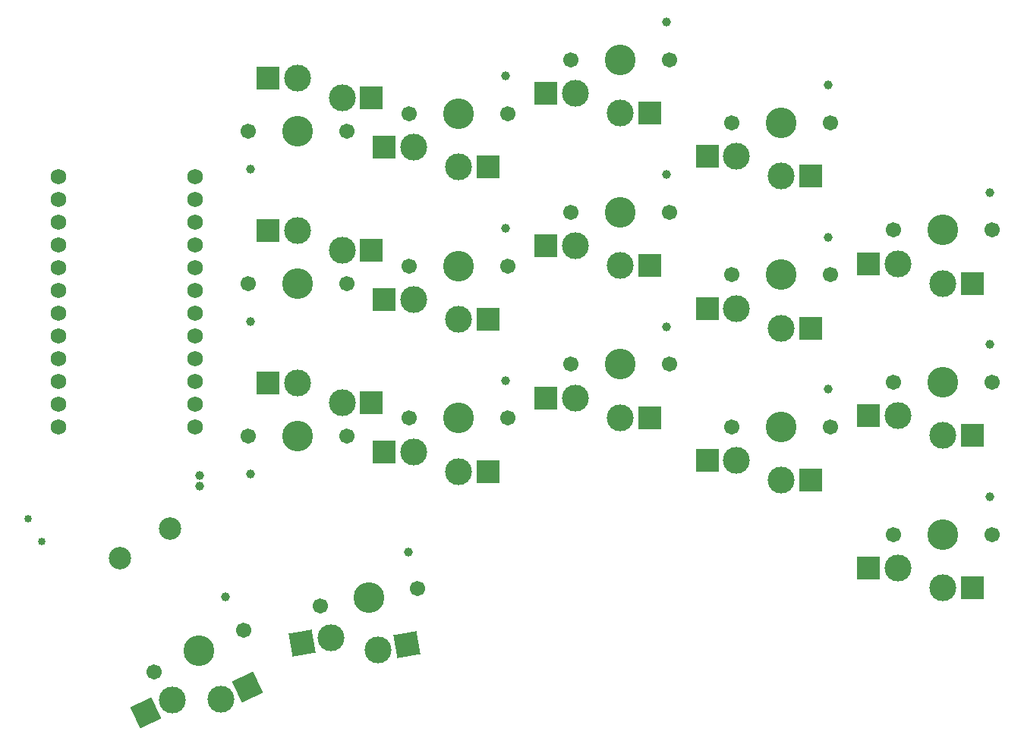
<source format=gbs>
G04 #@! TF.GenerationSoftware,KiCad,Pcbnew,7.0.6*
G04 #@! TF.CreationDate,2024-09-20T23:27:03+02:00*
G04 #@! TF.ProjectId,KoalaKeeb_v0.2_right,4b6f616c-614b-4656-9562-5f76302e325f,rev?*
G04 #@! TF.SameCoordinates,Original*
G04 #@! TF.FileFunction,Soldermask,Bot*
G04 #@! TF.FilePolarity,Negative*
%FSLAX46Y46*%
G04 Gerber Fmt 4.6, Leading zero omitted, Abs format (unit mm)*
G04 Created by KiCad (PCBNEW 7.0.6) date 2024-09-20 23:27:03*
%MOMM*%
%LPD*%
G01*
G04 APERTURE LIST*
G04 Aperture macros list*
%AMRotRect*
0 Rectangle, with rotation*
0 The origin of the aperture is its center*
0 $1 length*
0 $2 width*
0 $3 Rotation angle, in degrees counterclockwise*
0 Add horizontal line*
21,1,$1,$2,0,0,$3*%
G04 Aperture macros list end*
%ADD10C,0.850000*%
%ADD11C,1.000000*%
%ADD12C,1.701800*%
%ADD13C,3.000000*%
%ADD14C,3.429000*%
%ADD15C,0.990600*%
%ADD16R,2.600000X2.600000*%
%ADD17RotRect,2.600000X2.600000X10.000000*%
%ADD18RotRect,2.600000X2.600000X25.000000*%
%ADD19C,2.500000*%
%ADD20C,1.752600*%
G04 APERTURE END LIST*
D10*
X47987443Y-81214249D03*
X49532557Y-83785751D03*
D11*
X67096000Y-76375000D03*
X67096000Y-77625000D03*
D12*
X144500000Y-66000000D03*
D13*
X145000000Y-69750000D03*
D14*
X150000000Y-66000000D03*
D13*
X150000000Y-71950000D03*
D15*
X155220000Y-61800000D03*
D12*
X155500000Y-66000000D03*
D16*
X153275000Y-71950000D03*
X141725000Y-69750000D03*
D12*
X126500000Y-54000000D03*
D13*
X127000000Y-57750000D03*
D14*
X132000000Y-54000000D03*
D13*
X132000000Y-59950000D03*
D15*
X137220000Y-49800000D03*
D12*
X137500000Y-54000000D03*
D16*
X135275000Y-59950000D03*
X123725000Y-57750000D03*
D12*
X80583557Y-90955065D03*
D13*
X81727142Y-94561270D03*
D14*
X86000000Y-90000000D03*
D13*
X87033207Y-95859606D03*
D15*
X90411374Y-84957364D03*
D12*
X91416443Y-89044935D03*
D17*
X90258452Y-95290908D03*
X78501897Y-95129968D03*
D12*
X108500000Y-64000000D03*
D13*
X109000000Y-67750000D03*
D14*
X114000000Y-64000000D03*
D13*
X114000000Y-69950000D03*
D15*
X119220000Y-59800000D03*
D12*
X119500000Y-64000000D03*
D16*
X117275000Y-69950000D03*
X105725000Y-67750000D03*
D12*
X90500000Y-70000000D03*
D13*
X91000000Y-73750000D03*
D14*
X96000000Y-70000000D03*
D13*
X96000000Y-75950000D03*
D15*
X101220000Y-65800000D03*
D12*
X101500000Y-70000000D03*
D16*
X99275000Y-75950000D03*
X87725000Y-73750000D03*
D12*
X126500000Y-71000000D03*
D13*
X127000000Y-74750000D03*
D14*
X132000000Y-71000000D03*
D13*
X132000000Y-76950000D03*
D15*
X137220000Y-66800000D03*
D12*
X137500000Y-71000000D03*
D16*
X135275000Y-76950000D03*
X123725000Y-74750000D03*
D12*
X62015307Y-98324400D03*
D13*
X64053280Y-101511746D03*
D14*
X67000000Y-96000000D03*
D13*
X69514579Y-101392531D03*
D15*
X69955930Y-89987440D03*
D12*
X71984693Y-93675600D03*
D18*
X72482737Y-100008457D03*
X61085122Y-102895820D03*
D12*
X90500000Y-36000000D03*
D13*
X91000000Y-39750000D03*
D14*
X96000000Y-36000000D03*
D13*
X96000000Y-41950000D03*
D15*
X101220000Y-31800000D03*
D12*
X101500000Y-36000000D03*
D16*
X99275000Y-41950000D03*
X87725000Y-39750000D03*
D12*
X90500000Y-53000000D03*
D13*
X91000000Y-56750000D03*
D14*
X96000000Y-53000000D03*
D13*
X96000000Y-58950000D03*
D15*
X101220000Y-48800000D03*
D12*
X101500000Y-53000000D03*
D16*
X99275000Y-58950000D03*
X87725000Y-56750000D03*
D12*
X83500000Y-55000000D03*
D13*
X83000000Y-51250000D03*
D14*
X78000000Y-55000000D03*
D13*
X78000000Y-49050000D03*
D15*
X72780000Y-59200000D03*
D12*
X72500000Y-55000000D03*
D16*
X74725000Y-49050000D03*
X86275000Y-51250000D03*
D12*
X83500000Y-38000000D03*
D13*
X83000000Y-34250000D03*
D14*
X78000000Y-38000000D03*
D13*
X78000000Y-32050000D03*
D15*
X72780000Y-42200000D03*
D12*
X72500000Y-38000000D03*
D16*
X74725000Y-32050000D03*
X86275000Y-34250000D03*
D19*
X63814583Y-82375000D03*
X58185417Y-85625000D03*
D20*
X51380000Y-43030000D03*
X51380000Y-45570000D03*
X51380000Y-48110000D03*
X51380000Y-50650000D03*
X51380000Y-53190000D03*
X51380000Y-55730000D03*
X51380000Y-58270000D03*
X51380000Y-60810000D03*
X51380000Y-63350000D03*
X51380000Y-65890000D03*
X51380000Y-68430000D03*
X51380000Y-70970000D03*
X66620000Y-70970000D03*
X66620000Y-68430000D03*
X66620000Y-65890000D03*
X66620000Y-63350000D03*
X66620000Y-60810000D03*
X66620000Y-58270000D03*
X66620000Y-55730000D03*
X66620000Y-53190000D03*
X66620000Y-50650000D03*
X66620000Y-48110000D03*
X66620000Y-45570000D03*
X66620000Y-43030000D03*
D12*
X144500000Y-49000000D03*
D13*
X145000000Y-52750000D03*
D14*
X150000000Y-49000000D03*
D13*
X150000000Y-54950000D03*
D15*
X155220000Y-44800000D03*
D12*
X155500000Y-49000000D03*
D16*
X153275000Y-54950000D03*
X141725000Y-52750000D03*
D12*
X108500000Y-30000000D03*
D13*
X109000000Y-33750000D03*
D14*
X114000000Y-30000000D03*
D13*
X114000000Y-35950000D03*
D15*
X119220000Y-25800000D03*
D12*
X119500000Y-30000000D03*
D16*
X117275000Y-35950000D03*
X105725000Y-33750000D03*
D12*
X108500000Y-47000000D03*
D13*
X109000000Y-50750000D03*
D14*
X114000000Y-47000000D03*
D13*
X114000000Y-52950000D03*
D15*
X119220000Y-42800000D03*
D12*
X119500000Y-47000000D03*
D16*
X117275000Y-52950000D03*
X105725000Y-50750000D03*
D12*
X83500000Y-72000000D03*
D13*
X83000000Y-68250000D03*
D14*
X78000000Y-72000000D03*
D13*
X78000000Y-66050000D03*
D15*
X72780000Y-76200000D03*
D12*
X72500000Y-72000000D03*
D16*
X74725000Y-66050000D03*
X86275000Y-68250000D03*
D12*
X144500000Y-83000000D03*
D13*
X145000000Y-86750000D03*
D14*
X150000000Y-83000000D03*
D13*
X150000000Y-88950000D03*
D15*
X155220000Y-78800000D03*
D12*
X155500000Y-83000000D03*
D16*
X153275000Y-88950000D03*
X141725000Y-86750000D03*
D12*
X126500000Y-37000000D03*
D13*
X127000000Y-40750000D03*
D14*
X132000000Y-37000000D03*
D13*
X132000000Y-42950000D03*
D15*
X137220000Y-32800000D03*
D12*
X137500000Y-37000000D03*
D16*
X135275000Y-42950000D03*
X123725000Y-40750000D03*
M02*

</source>
